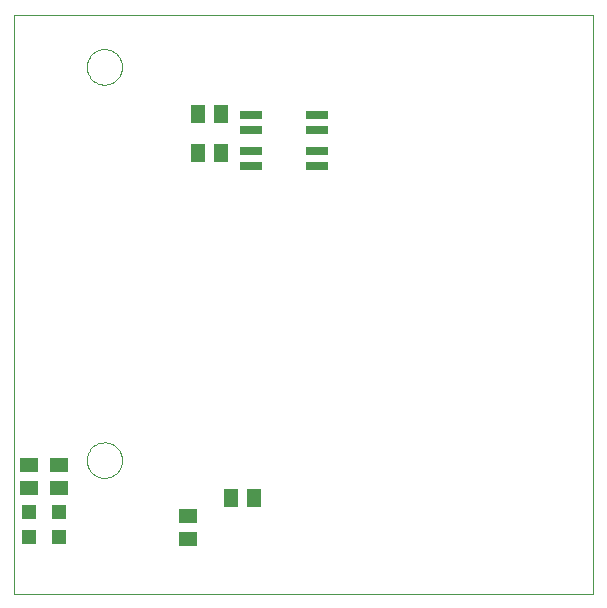
<source format=gbp>
G75*
%MOIN*%
%OFA0B0*%
%FSLAX24Y24*%
%IPPOS*%
%LPD*%
%AMOC8*
5,1,8,0,0,1.08239X$1,22.5*
%
%ADD10C,0.0000*%
%ADD11R,0.0591X0.0512*%
%ADD12R,0.0472X0.0472*%
%ADD13R,0.0512X0.0591*%
%ADD14R,0.0750X0.0250*%
D10*
X004062Y003000D02*
X004062Y022292D01*
X023353Y022292D01*
X023353Y003000D01*
X004062Y003000D01*
X006471Y007445D02*
X006473Y007493D01*
X006479Y007541D01*
X006489Y007588D01*
X006502Y007634D01*
X006520Y007679D01*
X006540Y007723D01*
X006565Y007765D01*
X006593Y007804D01*
X006623Y007841D01*
X006657Y007875D01*
X006694Y007907D01*
X006732Y007936D01*
X006773Y007961D01*
X006816Y007983D01*
X006861Y008001D01*
X006907Y008015D01*
X006954Y008026D01*
X007002Y008033D01*
X007050Y008036D01*
X007098Y008035D01*
X007146Y008030D01*
X007194Y008021D01*
X007240Y008009D01*
X007285Y007992D01*
X007329Y007972D01*
X007371Y007949D01*
X007411Y007922D01*
X007449Y007892D01*
X007484Y007859D01*
X007516Y007823D01*
X007546Y007785D01*
X007572Y007744D01*
X007594Y007701D01*
X007614Y007657D01*
X007629Y007612D01*
X007641Y007565D01*
X007649Y007517D01*
X007653Y007469D01*
X007653Y007421D01*
X007649Y007373D01*
X007641Y007325D01*
X007629Y007278D01*
X007614Y007233D01*
X007594Y007189D01*
X007572Y007146D01*
X007546Y007105D01*
X007516Y007067D01*
X007484Y007031D01*
X007449Y006998D01*
X007411Y006968D01*
X007371Y006941D01*
X007329Y006918D01*
X007285Y006898D01*
X007240Y006881D01*
X007194Y006869D01*
X007146Y006860D01*
X007098Y006855D01*
X007050Y006854D01*
X007002Y006857D01*
X006954Y006864D01*
X006907Y006875D01*
X006861Y006889D01*
X006816Y006907D01*
X006773Y006929D01*
X006732Y006954D01*
X006694Y006983D01*
X006657Y007015D01*
X006623Y007049D01*
X006593Y007086D01*
X006565Y007125D01*
X006540Y007167D01*
X006520Y007211D01*
X006502Y007256D01*
X006489Y007302D01*
X006479Y007349D01*
X006473Y007397D01*
X006471Y007445D01*
X006471Y020555D02*
X006473Y020603D01*
X006479Y020651D01*
X006489Y020698D01*
X006502Y020744D01*
X006520Y020789D01*
X006540Y020833D01*
X006565Y020875D01*
X006593Y020914D01*
X006623Y020951D01*
X006657Y020985D01*
X006694Y021017D01*
X006732Y021046D01*
X006773Y021071D01*
X006816Y021093D01*
X006861Y021111D01*
X006907Y021125D01*
X006954Y021136D01*
X007002Y021143D01*
X007050Y021146D01*
X007098Y021145D01*
X007146Y021140D01*
X007194Y021131D01*
X007240Y021119D01*
X007285Y021102D01*
X007329Y021082D01*
X007371Y021059D01*
X007411Y021032D01*
X007449Y021002D01*
X007484Y020969D01*
X007516Y020933D01*
X007546Y020895D01*
X007572Y020854D01*
X007594Y020811D01*
X007614Y020767D01*
X007629Y020722D01*
X007641Y020675D01*
X007649Y020627D01*
X007653Y020579D01*
X007653Y020531D01*
X007649Y020483D01*
X007641Y020435D01*
X007629Y020388D01*
X007614Y020343D01*
X007594Y020299D01*
X007572Y020256D01*
X007546Y020215D01*
X007516Y020177D01*
X007484Y020141D01*
X007449Y020108D01*
X007411Y020078D01*
X007371Y020051D01*
X007329Y020028D01*
X007285Y020008D01*
X007240Y019991D01*
X007194Y019979D01*
X007146Y019970D01*
X007098Y019965D01*
X007050Y019964D01*
X007002Y019967D01*
X006954Y019974D01*
X006907Y019985D01*
X006861Y019999D01*
X006816Y020017D01*
X006773Y020039D01*
X006732Y020064D01*
X006694Y020093D01*
X006657Y020125D01*
X006623Y020159D01*
X006593Y020196D01*
X006565Y020235D01*
X006540Y020277D01*
X006520Y020321D01*
X006502Y020366D01*
X006489Y020412D01*
X006479Y020459D01*
X006473Y020507D01*
X006471Y020555D01*
D11*
X005562Y007274D03*
X005562Y006526D03*
X004562Y006526D03*
X004562Y007274D03*
X009862Y005574D03*
X009862Y004826D03*
D12*
X005562Y004887D03*
X005562Y005714D03*
X004562Y005714D03*
X004562Y004887D03*
D13*
X011288Y006200D03*
X012036Y006200D03*
X010936Y017700D03*
X010188Y017700D03*
X010188Y019000D03*
X010936Y019000D03*
D14*
X011962Y018950D03*
X011962Y018450D03*
X011962Y017750D03*
X011962Y017250D03*
X014162Y017250D03*
X014162Y017750D03*
X014162Y018450D03*
X014162Y018950D03*
M02*

</source>
